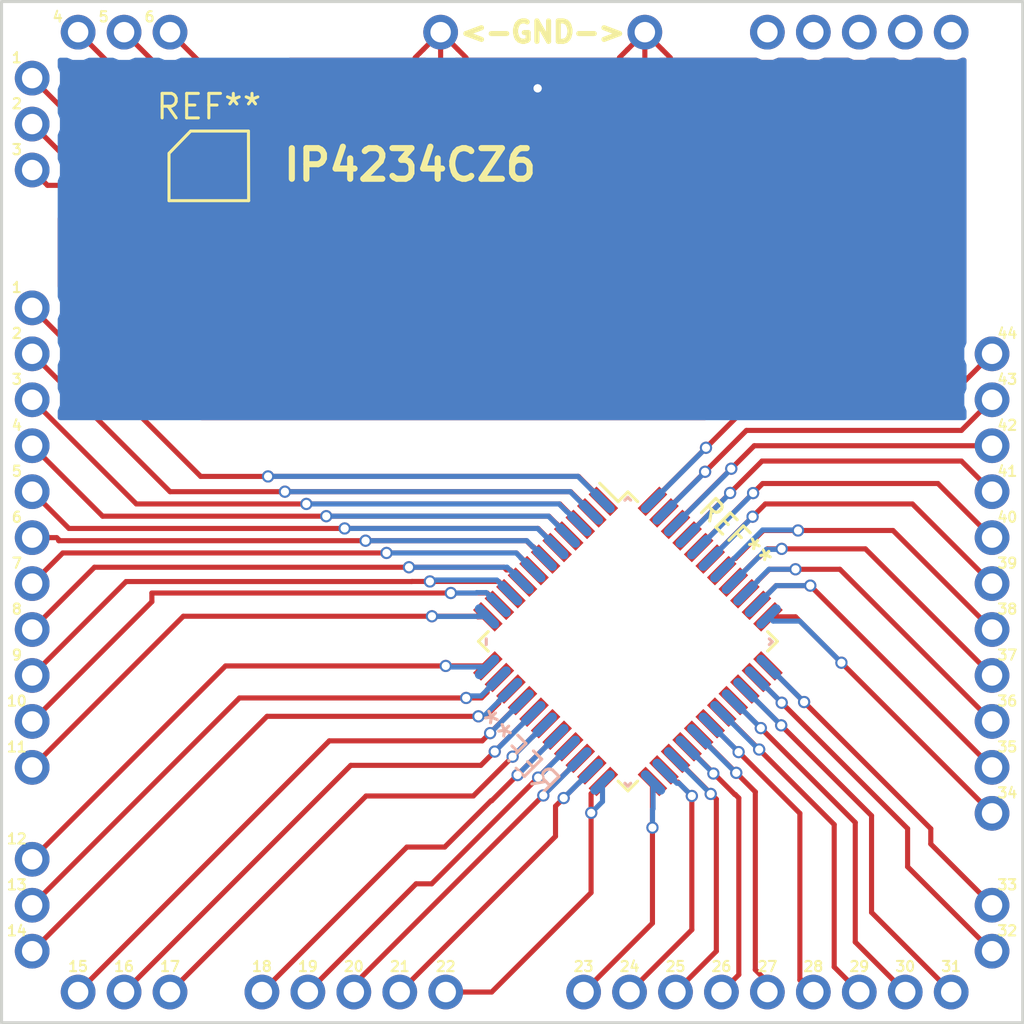
<source format=kicad_pcb>
(kicad_pcb (version 4) (host pcbnew 4.0.1-stable)

  (general
    (links 0)
    (no_connects 0)
    (area 99.599999 44.599999 150.400002 95.400002)
    (thickness 1.6)
    (drawings 56)
    (tracks 439)
    (zones 0)
    (modules 3)
    (nets 1)
  )

  (page A4)
  (layers
    (0 F.Cu signal)
    (31 B.Cu signal)
    (32 B.Adhes user)
    (33 F.Adhes user)
    (34 B.Paste user)
    (35 F.Paste user)
    (36 B.SilkS user)
    (37 F.SilkS user)
    (38 B.Mask user)
    (39 F.Mask user)
    (40 Dwgs.User user)
    (41 Cmts.User user)
    (42 Eco1.User user)
    (43 Eco2.User user)
    (44 Edge.Cuts user)
    (45 Margin user)
    (46 B.CrtYd user)
    (47 F.CrtYd user)
    (48 B.Fab user)
    (49 F.Fab user)
  )

  (setup
    (last_trace_width 0.25)
    (trace_clearance 0.2)
    (zone_clearance 0.508)
    (zone_45_only no)
    (trace_min 0.2)
    (segment_width 0.2)
    (edge_width 0.15)
    (via_size 0.6)
    (via_drill 0.4)
    (via_min_size 0.4)
    (via_min_drill 0.3)
    (uvia_size 0.3)
    (uvia_drill 0.1)
    (uvias_allowed no)
    (uvia_min_size 0.2)
    (uvia_min_drill 0.1)
    (pcb_text_width 0.3)
    (pcb_text_size 1.5 1.5)
    (mod_edge_width 0.15)
    (mod_text_size 1 1)
    (mod_text_width 0.15)
    (pad_size 1.524 1.524)
    (pad_drill 0.762)
    (pad_to_mask_clearance 0.2)
    (aux_axis_origin 0 0)
    (visible_elements FFFFFF7F)
    (pcbplotparams
      (layerselection 0x3ffff_80000001)
      (usegerberextensions false)
      (excludeedgelayer true)
      (linewidth 0.100000)
      (plotframeref false)
      (viasonmask true)
      (mode 1)
      (useauxorigin false)
      (hpglpennumber 1)
      (hpglpenspeed 20)
      (hpglpendiameter 15)
      (hpglpenoverlay 2)
      (psnegative false)
      (psa4output false)
      (plotreference true)
      (plotvalue true)
      (plotinvisibletext false)
      (padsonsilk false)
      (subtractmaskfromsilk false)
      (outputformat 1)
      (mirror false)
      (drillshape 0)
      (scaleselection 1)
      (outputdirectory "/Users/sharks/Dropbox/SoftHRUF/Atmega32u4 TQFP ML 44 Breakout/Atmega32u4 Breakout Board GERBER/"))
  )

  (net 0 "")

  (net_class Default "This is the default net class."
    (clearance 0.2)
    (trace_width 0.25)
    (via_dia 0.6)
    (via_drill 0.4)
    (uvia_dia 0.3)
    (uvia_drill 0.1)
  )

  (module QFP_44 (layer B.Cu) (tedit 0) (tstamp 57CD9F05)
    (at 130.664136 76.345864 315)
    (fp_text reference REF** (at 0 7.7 315) (layer B.SilkS)
      (effects (font (size 1.2 1.2) (thickness 0.15)) (justify mirror))
    )
    (fp_text value QFP_44 (at 0 -7.7 315) (layer B.Fab)
      (effects (font (size 1.2 1.2) (thickness 0.15)) (justify mirror))
    )
    (fp_line (start -5 4.8) (end -4.8 5) (layer B.SilkS) (width 0.15))
    (fp_line (start 4.8 5) (end 5 5) (layer B.SilkS) (width 0.15))
    (fp_line (start 5 5) (end 5 4.8) (layer B.SilkS) (width 0.15))
    (fp_line (start -4.8 -5) (end -5 -5) (layer B.SilkS) (width 0.15))
    (fp_line (start -5 -5) (end -5 -4.8) (layer B.SilkS) (width 0.15))
    (fp_line (start 4.8 -5) (end 5 -5) (layer B.SilkS) (width 0.15))
    (fp_line (start 5 -5) (end 5 -4.8) (layer B.SilkS) (width 0.15))
    (fp_line (start -6.5 6.5) (end 6.5 6.5) (layer B.CrtYd) (width 0.15))
    (fp_line (start 6.5 6.5) (end 6.5 -6.5) (layer B.CrtYd) (width 0.15))
    (fp_line (start 6.5 -6.5) (end -6.5 -6.5) (layer B.CrtYd) (width 0.15))
    (fp_line (start -6.5 -6.5) (end -6.5 6.5) (layer B.CrtYd) (width 0.15))
    (pad 1 smd oval (at -5.75 4 225) (size 0.45 1.5) (layers B.Cu B.Paste B.Mask))
    (pad 2 smd oval (at -5.75 3.2 225) (size 0.45 1.5) (layers B.Cu B.Paste B.Mask))
    (pad 3 smd oval (at -5.75 2.4 225) (size 0.45 1.5) (layers B.Cu B.Paste B.Mask))
    (pad 4 smd oval (at -5.75 1.6 225) (size 0.45 1.5) (layers B.Cu B.Paste B.Mask))
    (pad 5 smd oval (at -5.75 0.8 225) (size 0.45 1.5) (layers B.Cu B.Paste B.Mask))
    (pad 6 smd oval (at -5.75 0 225) (size 0.45 1.5) (layers B.Cu B.Paste B.Mask))
    (pad 7 smd oval (at -5.75 -0.8 225) (size 0.45 1.5) (layers B.Cu B.Paste B.Mask))
    (pad 8 smd oval (at -5.75 -1.6 225) (size 0.45 1.5) (layers B.Cu B.Paste B.Mask))
    (pad 9 smd oval (at -5.75 -2.4 225) (size 0.45 1.5) (layers B.Cu B.Paste B.Mask))
    (pad 10 smd oval (at -5.75 -3.2 225) (size 0.45 1.5) (layers B.Cu B.Paste B.Mask))
    (pad 11 smd oval (at -5.75 -4 225) (size 0.45 1.5) (layers B.Cu B.Paste B.Mask))
    (pad 12 smd oval (at -4 -5.75 315) (size 0.45 1.5) (layers B.Cu B.Paste B.Mask))
    (pad 13 smd oval (at -3.2 -5.75 315) (size 0.45 1.5) (layers B.Cu B.Paste B.Mask))
    (pad 14 smd oval (at -2.4 -5.75 315) (size 0.45 1.5) (layers B.Cu B.Paste B.Mask))
    (pad 15 smd oval (at -1.6 -5.75 315) (size 0.45 1.5) (layers B.Cu B.Paste B.Mask))
    (pad 16 smd oval (at -0.8 -5.75 315) (size 0.45 1.5) (layers B.Cu B.Paste B.Mask))
    (pad 17 smd oval (at 0 -5.75 315) (size 0.45 1.5) (layers B.Cu B.Paste B.Mask))
    (pad 18 smd oval (at 0.8 -5.75 315) (size 0.45 1.5) (layers B.Cu B.Paste B.Mask))
    (pad 19 smd oval (at 1.6 -5.75 315) (size 0.45 1.5) (layers B.Cu B.Paste B.Mask))
    (pad 20 smd oval (at 2.4 -5.75 315) (size 0.45 1.5) (layers B.Cu B.Paste B.Mask))
    (pad 21 smd oval (at 3.2 -5.75 315) (size 0.45 1.5) (layers B.Cu B.Paste B.Mask))
    (pad 22 smd oval (at 4 -5.75 315) (size 0.45 1.5) (layers B.Cu B.Paste B.Mask))
    (pad 23 smd oval (at 5.75 -4 225) (size 0.45 1.5) (layers B.Cu B.Paste B.Mask))
    (pad 24 smd oval (at 5.75 -3.2 225) (size 0.45 1.5) (layers B.Cu B.Paste B.Mask))
    (pad 25 smd oval (at 5.75 -2.4 225) (size 0.45 1.5) (layers B.Cu B.Paste B.Mask))
    (pad 26 smd oval (at 5.75 -1.6 225) (size 0.45 1.5) (layers B.Cu B.Paste B.Mask))
    (pad 27 smd oval (at 5.75 -0.8 225) (size 0.45 1.5) (layers B.Cu B.Paste B.Mask))
    (pad 28 smd oval (at 5.75 0 225) (size 0.45 1.5) (layers B.Cu B.Paste B.Mask))
    (pad 29 smd oval (at 5.75 0.8 225) (size 0.45 1.5) (layers B.Cu B.Paste B.Mask))
    (pad 30 smd oval (at 5.75 1.6 225) (size 0.45 1.5) (layers B.Cu B.Paste B.Mask))
    (pad 31 smd oval (at 5.75 2.4 225) (size 0.45 1.5) (layers B.Cu B.Paste B.Mask))
    (pad 32 smd oval (at 5.75 3.2 225) (size 0.45 1.5) (layers B.Cu B.Paste B.Mask))
    (pad 33 smd oval (at 5.75 4 225) (size 0.45 1.5) (layers B.Cu B.Paste B.Mask))
    (pad 34 smd oval (at 4 5.75 315) (size 0.45 1.5) (layers B.Cu B.Paste B.Mask))
    (pad 35 smd oval (at 3.2 5.75 315) (size 0.45 1.5) (layers B.Cu B.Paste B.Mask))
    (pad 36 smd oval (at 2.4 5.75 315) (size 0.45 1.5) (layers B.Cu B.Paste B.Mask))
    (pad 37 smd oval (at 1.6 5.75 315) (size 0.45 1.5) (layers B.Cu B.Paste B.Mask))
    (pad 38 smd oval (at 0.8 5.75 315) (size 0.45 1.5) (layers B.Cu B.Paste B.Mask))
    (pad 39 smd oval (at 0 5.75 315) (size 0.45 1.5) (layers B.Cu B.Paste B.Mask))
    (pad 40 smd oval (at -0.8 5.75 315) (size 0.45 1.5) (layers B.Cu B.Paste B.Mask))
    (pad 41 smd oval (at -1.6 5.75 315) (size 0.45 1.5) (layers B.Cu B.Paste B.Mask))
    (pad 42 smd oval (at -2.4 5.75 315) (size 0.45 1.5) (layers B.Cu B.Paste B.Mask))
    (pad 43 smd oval (at -3.2 5.75 315) (size 0.45 1.5) (layers B.Cu B.Paste B.Mask))
    (pad 44 smd oval (at -4 5.75 315) (size 0.45 1.5) (layers B.Cu B.Paste B.Mask))
  )

  (module SOIC-6 (layer F.Cu) (tedit 0) (tstamp 57E8C47B)
    (at 110.150178 53.053194)
    (fp_text reference REF** (at -0.000178 -2.903194) (layer F.SilkS)
      (effects (font (size 1.2 1.2) (thickness 0.15)))
    )
    (fp_text value SOIC-6 (at 0 3.1) (layer F.Fab)
      (effects (font (size 1.2 1.2) (thickness 0.15)))
    )
    (fp_line (start -1.93 -0.64) (end -0.9 -1.7) (layer F.SilkS) (width 0.15))
    (fp_line (start 1.94 -1.71) (end -0.89 -1.71) (layer F.SilkS) (width 0.15))
    (fp_line (start -1.95 -0.62) (end -1.950178 1.696806) (layer F.SilkS) (width 0.15))
    (fp_line (start -1.950178 1.696806) (end 1.949822 1.696806) (layer F.SilkS) (width 0.15))
    (fp_line (start 1.949822 1.696806) (end 1.94 -1.71) (layer F.SilkS) (width 0.15))
    (pad 6 smd rect (at 1.149822 -0.953194 270) (size 0.5 0.6) (layers F.Cu F.Paste F.Mask))
    (pad 1 smd rect (at -1.150178 -0.953194 270) (size 0.5 0.6) (layers F.Cu F.Paste F.Mask))
    (pad 5 smd rect (at 1.149822 -0.003194 270) (size 0.5 0.6) (layers F.Cu F.Paste F.Mask))
    (pad 2 smd rect (at -1.150178 -0.003194 270) (size 0.5 0.6) (layers F.Cu F.Paste F.Mask))
    (pad 4 smd rect (at 1.149822 0.946806 270) (size 0.5 0.6) (layers F.Cu F.Paste F.Mask))
    (pad 3 smd rect (at -1.150178 0.946806 270) (size 0.5 0.6) (layers F.Cu F.Paste F.Mask))
  )

  (module Housings_QFP:TQFP-44_10x10mm_Pitch0.8mm (layer F.Cu) (tedit 54130A77) (tstamp 57E84870)
    (at 130.67 76.33 315)
    (descr "44-Lead Plastic Thin Quad Flatpack (PT) - 10x10x1.0 mm Body [TQFP] (see Microchip Packaging Specification 00000049BS.pdf)")
    (tags "QFP 0.8")
    (attr smd)
    (fp_text reference REF** (at 0 -7.45 315) (layer F.SilkS)
      (effects (font (size 1 1) (thickness 0.15)))
    )
    (fp_text value TQFP-44_10x10mm_Pitch0.8mm (at 0 7.45 315) (layer F.Fab)
      (effects (font (size 1 1) (thickness 0.15)))
    )
    (fp_line (start -6.7 -6.7) (end -6.7 6.7) (layer F.CrtYd) (width 0.05))
    (fp_line (start 6.7 -6.7) (end 6.7 6.7) (layer F.CrtYd) (width 0.05))
    (fp_line (start -6.7 -6.7) (end 6.7 -6.7) (layer F.CrtYd) (width 0.05))
    (fp_line (start -6.7 6.7) (end 6.7 6.7) (layer F.CrtYd) (width 0.05))
    (fp_line (start -5.175 -5.175) (end -5.175 -4.5) (layer F.SilkS) (width 0.15))
    (fp_line (start 5.175 -5.175) (end 5.175 -4.5) (layer F.SilkS) (width 0.15))
    (fp_line (start 5.175 5.175) (end 5.175 4.5) (layer F.SilkS) (width 0.15))
    (fp_line (start -5.175 5.175) (end -5.175 4.5) (layer F.SilkS) (width 0.15))
    (fp_line (start -5.175 -5.175) (end -4.5 -5.175) (layer F.SilkS) (width 0.15))
    (fp_line (start -5.175 5.175) (end -4.5 5.175) (layer F.SilkS) (width 0.15))
    (fp_line (start 5.175 5.175) (end 4.5 5.175) (layer F.SilkS) (width 0.15))
    (fp_line (start 5.175 -5.175) (end 4.5 -5.175) (layer F.SilkS) (width 0.15))
    (fp_line (start -5.175 -4.5) (end -6.45 -4.5) (layer F.SilkS) (width 0.15))
    (pad 1 smd rect (at -5.7 -4 315) (size 1.5 0.55) (layers F.Cu F.Paste F.Mask))
    (pad 2 smd rect (at -5.7 -3.2 315) (size 1.5 0.55) (layers F.Cu F.Paste F.Mask))
    (pad 3 smd rect (at -5.7 -2.4 315) (size 1.5 0.55) (layers F.Cu F.Paste F.Mask))
    (pad 4 smd rect (at -5.7 -1.6 315) (size 1.5 0.55) (layers F.Cu F.Paste F.Mask))
    (pad 5 smd rect (at -5.7 -0.8 315) (size 1.5 0.55) (layers F.Cu F.Paste F.Mask))
    (pad 6 smd rect (at -5.7 0 315) (size 1.5 0.55) (layers F.Cu F.Paste F.Mask))
    (pad 7 smd rect (at -5.7 0.8 315) (size 1.5 0.55) (layers F.Cu F.Paste F.Mask))
    (pad 8 smd rect (at -5.7 1.6 315) (size 1.5 0.55) (layers F.Cu F.Paste F.Mask))
    (pad 9 smd rect (at -5.7 2.4 315) (size 1.5 0.55) (layers F.Cu F.Paste F.Mask))
    (pad 10 smd rect (at -5.7 3.2 315) (size 1.5 0.55) (layers F.Cu F.Paste F.Mask))
    (pad 11 smd rect (at -5.7 4 315) (size 1.5 0.55) (layers F.Cu F.Paste F.Mask))
    (pad 12 smd rect (at -4 5.7 45) (size 1.5 0.55) (layers F.Cu F.Paste F.Mask))
    (pad 13 smd rect (at -3.2 5.7 45) (size 1.5 0.55) (layers F.Cu F.Paste F.Mask))
    (pad 14 smd rect (at -2.4 5.7 45) (size 1.5 0.55) (layers F.Cu F.Paste F.Mask))
    (pad 15 smd rect (at -1.6 5.7 45) (size 1.5 0.55) (layers F.Cu F.Paste F.Mask))
    (pad 16 smd rect (at -0.8 5.7 45) (size 1.5 0.55) (layers F.Cu F.Paste F.Mask))
    (pad 17 smd rect (at 0 5.7 45) (size 1.5 0.55) (layers F.Cu F.Paste F.Mask))
    (pad 18 smd rect (at 0.8 5.7 45) (size 1.5 0.55) (layers F.Cu F.Paste F.Mask))
    (pad 19 smd rect (at 1.6 5.7 45) (size 1.5 0.55) (layers F.Cu F.Paste F.Mask))
    (pad 20 smd rect (at 2.4 5.7 45) (size 1.5 0.55) (layers F.Cu F.Paste F.Mask))
    (pad 21 smd rect (at 3.2 5.7 45) (size 1.5 0.55) (layers F.Cu F.Paste F.Mask))
    (pad 22 smd rect (at 4 5.7 45) (size 1.5 0.55) (layers F.Cu F.Paste F.Mask))
    (pad 23 smd rect (at 5.7 4 315) (size 1.5 0.55) (layers F.Cu F.Paste F.Mask))
    (pad 24 smd rect (at 5.7 3.2 315) (size 1.5 0.55) (layers F.Cu F.Paste F.Mask))
    (pad 25 smd rect (at 5.7 2.4 315) (size 1.5 0.55) (layers F.Cu F.Paste F.Mask))
    (pad 26 smd rect (at 5.7 1.6 315) (size 1.5 0.55) (layers F.Cu F.Paste F.Mask))
    (pad 27 smd rect (at 5.7 0.8 315) (size 1.5 0.55) (layers F.Cu F.Paste F.Mask))
    (pad 28 smd rect (at 5.7 0 315) (size 1.5 0.55) (layers F.Cu F.Paste F.Mask))
    (pad 29 smd rect (at 5.7 -0.8 315) (size 1.5 0.55) (layers F.Cu F.Paste F.Mask))
    (pad 30 smd rect (at 5.7 -1.6 315) (size 1.5 0.55) (layers F.Cu F.Paste F.Mask))
    (pad 31 smd rect (at 5.7 -2.4 315) (size 1.5 0.55) (layers F.Cu F.Paste F.Mask))
    (pad 32 smd rect (at 5.7 -3.2 315) (size 1.5 0.55) (layers F.Cu F.Paste F.Mask))
    (pad 33 smd rect (at 5.7 -4 315) (size 1.5 0.55) (layers F.Cu F.Paste F.Mask))
    (pad 34 smd rect (at 4 -5.7 45) (size 1.5 0.55) (layers F.Cu F.Paste F.Mask))
    (pad 35 smd rect (at 3.2 -5.7 45) (size 1.5 0.55) (layers F.Cu F.Paste F.Mask))
    (pad 36 smd rect (at 2.4 -5.7 45) (size 1.5 0.55) (layers F.Cu F.Paste F.Mask))
    (pad 37 smd rect (at 1.6 -5.7 45) (size 1.5 0.55) (layers F.Cu F.Paste F.Mask))
    (pad 38 smd rect (at 0.8 -5.7 45) (size 1.5 0.55) (layers F.Cu F.Paste F.Mask))
    (pad 39 smd rect (at 0 -5.7 45) (size 1.5 0.55) (layers F.Cu F.Paste F.Mask))
    (pad 40 smd rect (at -0.8 -5.7 45) (size 1.5 0.55) (layers F.Cu F.Paste F.Mask))
    (pad 41 smd rect (at -1.6 -5.7 45) (size 1.5 0.55) (layers F.Cu F.Paste F.Mask))
    (pad 42 smd rect (at -2.4 -5.7 45) (size 1.5 0.55) (layers F.Cu F.Paste F.Mask))
    (pad 43 smd rect (at -3.2 -5.7 45) (size 1.5 0.55) (layers F.Cu F.Paste F.Mask))
    (pad 44 smd rect (at -4 -5.7 45) (size 1.5 0.55) (layers F.Cu F.Paste F.Mask))
    (model Housings_QFP.3dshapes/TQFP-44_10x10mm_Pitch0.8mm.wrl
      (at (xyz 0 0 0))
      (scale (xyz 1 1 1))
      (rotate (xyz 0 0 0))
    )
  )

  (gr_text <-GND-> (at 126.5 46.5) (layer F.SilkS)
    (effects (font (size 1 1) (thickness 0.25)))
  )
  (gr_text 33 (at 149.25 88.25) (layer F.SilkS) (tstamp 57E8C95D)
    (effects (font (size 0.5 0.5) (thickness 0.1)))
  )
  (gr_text 32 (at 149.25 90.5) (layer F.SilkS) (tstamp 57E8C95C)
    (effects (font (size 0.5 0.5) (thickness 0.1)))
  )
  (gr_text 43 (at 149.25 63.5) (layer F.SilkS) (tstamp 57E8C958)
    (effects (font (size 0.5 0.5) (thickness 0.1)))
  )
  (gr_text 44 (at 149.25 61.25) (layer F.SilkS) (tstamp 57E8C957)
    (effects (font (size 0.5 0.5) (thickness 0.1)))
  )
  (gr_text 42 (at 149.25 65.75) (layer F.SilkS) (tstamp 57E8C956)
    (effects (font (size 0.5 0.5) (thickness 0.1)))
  )
  (gr_text 41 (at 149.25 68) (layer F.SilkS) (tstamp 57E8C955)
    (effects (font (size 0.5 0.5) (thickness 0.1)))
  )
  (gr_text 39 (at 149.25 72.5) (layer F.SilkS) (tstamp 57E8C954)
    (effects (font (size 0.5 0.5) (thickness 0.1)))
  )
  (gr_text 40 (at 149.25 70.25) (layer F.SilkS) (tstamp 57E8C953)
    (effects (font (size 0.5 0.5) (thickness 0.1)))
  )
  (gr_text 38 (at 149.25 74.75) (layer F.SilkS) (tstamp 57E8C952)
    (effects (font (size 0.5 0.5) (thickness 0.1)))
  )
  (gr_text 34 (at 149.25 83.75) (layer F.SilkS) (tstamp 57E8C951)
    (effects (font (size 0.5 0.5) (thickness 0.1)))
  )
  (gr_text 35 (at 149.25 81.5) (layer F.SilkS) (tstamp 57E8C950)
    (effects (font (size 0.5 0.5) (thickness 0.1)))
  )
  (gr_text 36 (at 149.25 79.25) (layer F.SilkS) (tstamp 57E8C94F)
    (effects (font (size 0.5 0.5) (thickness 0.1)))
  )
  (gr_text 37 (at 149.25 77) (layer F.SilkS) (tstamp 57E8C94E)
    (effects (font (size 0.5 0.5) (thickness 0.1)))
  )
  (gr_text 31 (at 146.5 92.25) (layer F.SilkS) (tstamp 57E8C93B)
    (effects (font (size 0.5 0.5) (thickness 0.1)))
  )
  (gr_text 30 (at 144.25 92.25) (layer F.SilkS) (tstamp 57E8C93A)
    (effects (font (size 0.5 0.5) (thickness 0.1)))
  )
  (gr_text 29 (at 142 92.25) (layer F.SilkS) (tstamp 57E8C939)
    (effects (font (size 0.5 0.5) (thickness 0.1)))
  )
  (gr_text 26 (at 135.25 92.25) (layer F.SilkS) (tstamp 57E8C935)
    (effects (font (size 0.5 0.5) (thickness 0.1)))
  )
  (gr_text 25 (at 133 92.25) (layer F.SilkS) (tstamp 57E8C934)
    (effects (font (size 0.5 0.5) (thickness 0.1)))
  )
  (gr_text 27 (at 137.5 92.25) (layer F.SilkS) (tstamp 57E8C933)
    (effects (font (size 0.5 0.5) (thickness 0.1)))
  )
  (gr_text 23 (at 128.5 92.25) (layer F.SilkS) (tstamp 57E8C932)
    (effects (font (size 0.5 0.5) (thickness 0.1)))
  )
  (gr_text 24 (at 130.75 92.25) (layer F.SilkS) (tstamp 57E8C931)
    (effects (font (size 0.5 0.5) (thickness 0.1)))
  )
  (gr_text 28 (at 139.75 92.25) (layer F.SilkS) (tstamp 57E8C930)
    (effects (font (size 0.5 0.5) (thickness 0.1)))
  )
  (gr_text 22 (at 121.75 92.25) (layer F.SilkS) (tstamp 57E8C929)
    (effects (font (size 0.5 0.5) (thickness 0.1)))
  )
  (gr_text 18 (at 112.75 92.25) (layer F.SilkS) (tstamp 57E8C90B)
    (effects (font (size 0.5 0.5) (thickness 0.1)))
  )
  (gr_text 19 (at 115 92.25) (layer F.SilkS) (tstamp 57E8C90A)
    (effects (font (size 0.5 0.5) (thickness 0.1)))
  )
  (gr_text 20 (at 117.25 92.25) (layer F.SilkS) (tstamp 57E8C909)
    (effects (font (size 0.5 0.5) (thickness 0.1)))
  )
  (gr_text 21 (at 119.5 92.25) (layer F.SilkS) (tstamp 57E8C908)
    (effects (font (size 0.5 0.5) (thickness 0.1)))
  )
  (gr_text 17 (at 108.25 92.25) (layer F.SilkS) (tstamp 57E8C901)
    (effects (font (size 0.5 0.5) (thickness 0.1)))
  )
  (gr_text 16 (at 106 92.25) (layer F.SilkS) (tstamp 57E8C8FA)
    (effects (font (size 0.5 0.5) (thickness 0.1)))
  )
  (gr_text 15 (at 103.75 92.25) (layer F.SilkS) (tstamp 57E8C8F7)
    (effects (font (size 0.5 0.5) (thickness 0.1)))
  )
  (gr_text 12 (at 100.75 86) (layer F.SilkS) (tstamp 57E8C8F5)
    (effects (font (size 0.5 0.5) (thickness 0.1)))
  )
  (gr_text 13 (at 100.75 88.25) (layer F.SilkS) (tstamp 57E8C8F4)
    (effects (font (size 0.5 0.5) (thickness 0.1)))
  )
  (gr_text 14 (at 100.75 90.5) (layer F.SilkS) (tstamp 57E8C8F3)
    (effects (font (size 0.5 0.5) (thickness 0.1)))
  )
  (gr_text 7 (at 100.75 72.5) (layer F.SilkS) (tstamp 57E8C8ED)
    (effects (font (size 0.5 0.5) (thickness 0.1)))
  )
  (gr_text 8 (at 100.75 74.75) (layer F.SilkS) (tstamp 57E8C8EC)
    (effects (font (size 0.5 0.5) (thickness 0.1)))
  )
  (gr_text 9 (at 100.75 77) (layer F.SilkS) (tstamp 57E8C8EB)
    (effects (font (size 0.5 0.5) (thickness 0.1)))
  )
  (gr_text 11 (at 100.75 81.5) (layer F.SilkS) (tstamp 57E8C8E9)
    (effects (font (size 0.5 0.5) (thickness 0.1)))
  )
  (gr_text 10 (at 100.75 79.25) (layer F.SilkS) (tstamp 57E8C8E8)
    (effects (font (size 0.5 0.5) (thickness 0.1)))
  )
  (gr_text 6 (at 100.75 70.25) (layer F.SilkS) (tstamp 57E8C8E4)
    (effects (font (size 0.5 0.5) (thickness 0.1)))
  )
  (gr_text 5 (at 100.75 68) (layer F.SilkS) (tstamp 57E8C8E3)
    (effects (font (size 0.5 0.5) (thickness 0.1)))
  )
  (gr_text 4 (at 100.75 65.75) (layer F.SilkS) (tstamp 57E8C8E2)
    (effects (font (size 0.5 0.5) (thickness 0.1)))
  )
  (gr_text 1 (at 100.75 59) (layer F.SilkS) (tstamp 57E8C8DC)
    (effects (font (size 0.5 0.5) (thickness 0.1)))
  )
  (gr_text 2 (at 100.75 61.25) (layer F.SilkS) (tstamp 57E8C8DB)
    (effects (font (size 0.5 0.5) (thickness 0.1)))
  )
  (gr_text 3 (at 100.75 63.5) (layer F.SilkS) (tstamp 57E8C8DA)
    (effects (font (size 0.5 0.5) (thickness 0.1)))
  )
  (gr_text 6 (at 107.25 45.75) (layer F.SilkS) (tstamp 57E8C8B0)
    (effects (font (size 0.5 0.5) (thickness 0.1)))
  )
  (gr_text 5 (at 105 45.75) (layer F.SilkS) (tstamp 57E8C8AD)
    (effects (font (size 0.5 0.5) (thickness 0.1)))
  )
  (gr_text 4 (at 102.75 45.75) (layer F.SilkS) (tstamp 57E8C8A9)
    (effects (font (size 0.5 0.5) (thickness 0.1)))
  )
  (gr_text 3 (at 100.75 52.25) (layer F.SilkS) (tstamp 57E8C8A0)
    (effects (font (size 0.5 0.5) (thickness 0.1)))
  )
  (gr_text 2 (at 100.75 50) (layer F.SilkS) (tstamp 57E8C89C)
    (effects (font (size 0.5 0.5) (thickness 0.1)))
  )
  (gr_text 1 (at 100.75 47.75) (layer F.SilkS)
    (effects (font (size 0.5 0.5) (thickness 0.1)))
  )
  (gr_text IP4234CZ6 (at 120 53) (layer F.SilkS)
    (effects (font (size 1.5 1.5) (thickness 0.3)))
  )
  (gr_line (start 150 45) (end 100 45) (layer Edge.Cuts) (width 0.15))
  (gr_line (start 150 95) (end 150 45) (layer Edge.Cuts) (width 0.15))
  (gr_line (start 100 95) (end 150 95) (layer Edge.Cuts) (width 0.15))
  (gr_line (start 100 45) (end 100 95) (layer Edge.Cuts) (width 0.15))

  (segment (start 126.25 49.25) (end 127 50) (width 0.25) (layer F.Cu) (net 0))
  (segment (start 127 48.5) (end 125.5 50) (width 0.25) (layer F.Cu) (net 0))
  (segment (start 126.25 49.25) (end 127 48.5) (width 0.25) (layer F.Cu) (net 0))
  (segment (start 125.950001 48.950001) (end 125.5 48.5) (width 0.25) (layer F.Cu) (net 0))
  (segment (start 126.25 49.25) (end 125.950001 48.950001) (width 0.25) (layer F.Cu) (net 0))
  (segment (start 132.349999 47.349999) (end 132.75 47.75) (width 0.25) (layer F.Cu) (net 0))
  (segment (start 131.5 46.5) (end 132.349999 47.349999) (width 0.25) (layer F.Cu) (net 0))
  (segment (start 130.650001 47.349999) (end 130.25 47.75) (width 0.25) (layer F.Cu) (net 0))
  (segment (start 131.5 46.5) (end 130.650001 47.349999) (width 0.25) (layer F.Cu) (net 0))
  (segment (start 122.349999 47.349999) (end 122.75 47.75) (width 0.25) (layer F.Cu) (net 0))
  (segment (start 121.5 46.5) (end 122.349999 47.349999) (width 0.25) (layer F.Cu) (net 0))
  (segment (start 120.650001 47.349999) (end 120.25 47.75) (width 0.25) (layer F.Cu) (net 0))
  (segment (start 121.5 46.5) (end 120.650001 47.349999) (width 0.25) (layer F.Cu) (net 0))
  (segment (start 126.25 50.25) (end 126.25 48.25) (width 0.25) (layer F.Cu) (net 0))
  (segment (start 126.25 49.25) (end 126.25 50.25) (width 0.25) (layer F.Cu) (net 0))
  (segment (start 131.5 48.75) (end 131 49.25) (width 0.25) (layer F.Cu) (net 0))
  (segment (start 131 49.25) (end 126.25 49.25) (width 0.25) (layer F.Cu) (net 0))
  (segment (start 131.5 46.5) (end 131.5 48.75) (width 0.25) (layer F.Cu) (net 0))
  (via (at 126.25 49.25) (size 0.6) (drill 0.4) (layers F.Cu B.Cu) (net 0))
  (segment (start 122 49.25) (end 126.25 49.25) (width 0.25) (layer F.Cu) (net 0))
  (via (at 126.25 49.25) (size 0.6) (drill 0.4) (layers F.Cu B.Cu) (net 0))
  (segment (start 121.5 48.75) (end 122 49.25) (width 0.25) (layer F.Cu) (net 0))
  (segment (start 121.5 46.5) (end 121.5 48.75) (width 0.25) (layer F.Cu) (net 0))
  (via (at 121.5 46.5) (size 1.7) (drill 1) (layers F.Cu B.Cu) (net 0) (tstamp 57E8C9EB))
  (via (at 131.5 46.5) (size 1.7) (drill 1) (layers F.Cu B.Cu) (net 0) (tstamp 57E8C9DF))
  (segment (start 113.25 49) (end 110.75 49) (width 0.25) (layer F.Cu) (net 0))
  (segment (start 124 93.5) (end 121.75 93.5) (width 0.25) (layer F.Cu) (net 0))
  (segment (start 136.09 81.75) (end 139.09 84.75) (width 0.25) (layer F.Cu) (net 0))
  (segment (start 139.09 84.75) (end 139.09 92.91) (width 0.25) (layer F.Cu) (net 0))
  (segment (start 139.09 92.91) (end 139.16 92.91) (width 0.25) (layer F.Cu) (net 0))
  (segment (start 139.16 92.91) (end 139.75 93.5) (width 0.25) (layer F.Cu) (net 0))
  (segment (start 136.908629 83.7) (end 136.908629 92.408629) (width 0.25) (layer F.Cu) (net 0))
  (segment (start 136.908629 92.408629) (end 137.5 93) (width 0.25) (layer F.Cu) (net 0))
  (segment (start 137.5 93) (end 137.5 93.5) (width 0.25) (layer F.Cu) (net 0))
  (segment (start 129.467918 83.188936) (end 128.866878 83.789976) (width 0.25) (layer F.Cu) (net 0))
  (segment (start 128.866878 83.789976) (end 128.866878 88.633122) (width 0.25) (layer F.Cu) (net 0))
  (segment (start 128.866878 88.633122) (end 124 93.5) (width 0.25) (layer F.Cu) (net 0))
  (segment (start 128.25 68.253146) (end 113.05 68.253146) (width 0.25) (layer F.Cu) (net 0))
  (via (at 113.05 68.253146) (size 0.6) (drill 0.4) (layers F.Cu B.Cu) (net 0))
  (segment (start 113.05 68.253146) (end 109.753146 68.253146) (width 0.25) (layer F.Cu) (net 0))
  (segment (start 128.225126 68.25) (end 113.053146 68.25) (width 0.25) (layer B.Cu) (net 0))
  (segment (start 113.053146 68.25) (end 113.05 68.253146) (width 0.25) (layer B.Cu) (net 0))
  (segment (start 129.426699 69.451573) (end 128.225126 68.25) (width 0.25) (layer B.Cu) (net 0))
  (segment (start 127.865483 69) (end 113.875 69) (width 0.25) (layer F.Cu) (net 0))
  (segment (start 113.875 69) (end 108.25 69) (width 0.25) (layer F.Cu) (net 0))
  (segment (start 127.843756 69) (end 113.875 69) (width 0.25) (layer B.Cu) (net 0))
  (via (at 113.875 69) (size 0.6) (drill 0.4) (layers F.Cu B.Cu) (net 0))
  (segment (start 128.861014 70.017258) (end 127.843756 69) (width 0.25) (layer B.Cu) (net 0))
  (segment (start 127.334113 69.6) (end 114.925 69.6) (width 0.25) (layer F.Cu) (net 0))
  (segment (start 127.3 69.6) (end 114.925 69.6) (width 0.25) (layer B.Cu) (net 0))
  (segment (start 114.925 69.6) (end 106.6 69.6) (width 0.25) (layer F.Cu) (net 0))
  (segment (start 127.681904 69.981904) (end 127.3 69.6) (width 0.25) (layer B.Cu) (net 0))
  (via (at 114.925 69.6) (size 0.6) (drill 0.4) (layers F.Cu B.Cu) (net 0))
  (segment (start 128.295328 70.582944) (end 127.694288 69.981904) (width 0.25) (layer B.Cu) (net 0))
  (segment (start 127.694288 69.981904) (end 127.681904 69.981904) (width 0.25) (layer B.Cu) (net 0))
  (segment (start 126.8 70.2) (end 115.9 70.2) (width 0.25) (layer F.Cu) (net 0))
  (segment (start 115.9 70.2) (end 104.95 70.2) (width 0.25) (layer F.Cu) (net 0))
  (segment (start 126.781014 70.2) (end 115.9 70.2) (width 0.25) (layer B.Cu) (net 0))
  (via (at 115.9 70.2) (size 0.6) (drill 0.4) (layers F.Cu B.Cu) (net 0))
  (segment (start 127.729643 71.148629) (end 126.781014 70.2) (width 0.25) (layer B.Cu) (net 0))
  (segment (start 126.271371 70.8) (end 116.8 70.8) (width 0.25) (layer F.Cu) (net 0))
  (segment (start 116.8 70.8) (end 103.3 70.8) (width 0.25) (layer F.Cu) (net 0))
  (segment (start 126.249642 70.8) (end 116.8 70.8) (width 0.25) (layer B.Cu) (net 0))
  (via (at 116.8 70.8) (size 0.6) (drill 0.4) (layers F.Cu B.Cu) (net 0))
  (segment (start 127.163957 71.714315) (end 126.249642 70.8) (width 0.25) (layer B.Cu) (net 0))
  (segment (start 125.7 71.4) (end 117.825 71.4) (width 0.25) (layer F.Cu) (net 0))
  (segment (start 117.825 71.4) (end 102.8 71.4) (width 0.25) (layer F.Cu) (net 0))
  (segment (start 125.718272 71.4) (end 117.825 71.4) (width 0.25) (layer B.Cu) (net 0))
  (via (at 117.825 71.4) (size 0.6) (drill 0.4) (layers F.Cu B.Cu) (net 0))
  (segment (start 126.598272 72.28) (end 125.718272 71.4) (width 0.25) (layer B.Cu) (net 0))
  (segment (start 125.208629 72) (end 118.85 72) (width 0.25) (layer F.Cu) (net 0))
  (segment (start 118.85 72) (end 103 72) (width 0.25) (layer F.Cu) (net 0))
  (segment (start 125.431547 72.231547) (end 125.2 72) (width 0.25) (layer B.Cu) (net 0))
  (segment (start 125.2 72) (end 118.85 72) (width 0.25) (layer B.Cu) (net 0))
  (via (at 118.85 72) (size 0.6) (drill 0.4) (layers F.Cu B.Cu) (net 0))
  (segment (start 126.032587 72.845685) (end 125.431547 72.244645) (width 0.25) (layer B.Cu) (net 0))
  (segment (start 125.431547 72.244645) (end 125.431547 72.231547) (width 0.25) (layer B.Cu) (net 0))
  (segment (start 124.6 72.7) (end 119.95 72.7) (width 0.25) (layer F.Cu) (net 0))
  (segment (start 119.95 72.7) (end 104.55 72.7) (width 0.25) (layer F.Cu) (net 0))
  (segment (start 124.75553 72.7) (end 119.95 72.7) (width 0.25) (layer B.Cu) (net 0))
  (via (at 119.95 72.7) (size 0.6) (drill 0.4) (layers F.Cu B.Cu) (net 0))
  (segment (start 125.466901 73.411371) (end 124.75553 72.7) (width 0.25) (layer B.Cu) (net 0))
  (segment (start 124.341395 73.395508) (end 120.975 73.395508) (width 0.25) (layer F.Cu) (net 0))
  (segment (start 120.975 73.395508) (end 120.095508 73.395508) (width 0.25) (layer F.Cu) (net 0))
  (segment (start 124.24916 73.325) (end 121.045508 73.325) (width 0.25) (layer B.Cu) (net 0))
  (segment (start 121.045508 73.325) (end 120.975 73.395508) (width 0.25) (layer B.Cu) (net 0))
  (via (at 120.975 73.395508) (size 0.6) (drill 0.4) (layers F.Cu B.Cu) (net 0))
  (segment (start 124.901216 73.977056) (end 124.24916 73.325) (width 0.25) (layer B.Cu) (net 0))
  (segment (start 123.77571 73.961193) (end 122 73.961193) (width 0.25) (layer F.Cu) (net 0))
  (segment (start 122 73.961193) (end 107.361193 73.961193) (width 0.25) (layer F.Cu) (net 0))
  (segment (start 123.266702 73.941702) (end 123.247211 73.961193) (width 0.25) (layer B.Cu) (net 0))
  (segment (start 123.247211 73.961193) (end 122 73.961193) (width 0.25) (layer B.Cu) (net 0))
  (via (at 122 73.961193) (size 0.6) (drill 0.4) (layers F.Cu B.Cu) (net 0))
  (segment (start 124.33553 74.542742) (end 123.73449 73.941702) (width 0.25) (layer B.Cu) (net 0))
  (segment (start 123.73449 73.941702) (end 123.266702 73.941702) (width 0.25) (layer B.Cu) (net 0))
  (segment (start 123.294238 75.1) (end 121.075 75.1) (width 0.25) (layer F.Cu) (net 0))
  (segment (start 121.075 75.1) (end 108.9 75.1) (width 0.25) (layer F.Cu) (net 0))
  (segment (start 123.769845 75.108427) (end 121.083427 75.108427) (width 0.25) (layer B.Cu) (net 0))
  (segment (start 121.083427 75.108427) (end 121.075 75.1) (width 0.25) (layer B.Cu) (net 0))
  (via (at 121.075 75.1) (size 0.6) (drill 0.4) (layers F.Cu B.Cu) (net 0))
  (segment (start 131.872082 69.471064) (end 134.493146 66.85) (width 0.25) (layer F.Cu) (net 0))
  (segment (start 134.493146 66.85) (end 136.243146 65.1) (width 0.25) (layer F.Cu) (net 0))
  (segment (start 131.901573 69.451573) (end 134.493146 66.86) (width 0.25) (layer B.Cu) (net 0))
  (segment (start 134.493146 66.86) (end 134.493146 66.85) (width 0.25) (layer B.Cu) (net 0))
  (via (at 134.493146 66.85) (size 0.6) (drill 0.4) (layers F.Cu B.Cu) (net 0))
  (segment (start 132.437767 70.03675) (end 134.449517 68.025) (width 0.25) (layer F.Cu) (net 0))
  (segment (start 134.449517 68.025) (end 136.474517 66) (width 0.25) (layer F.Cu) (net 0))
  (segment (start 132.467258 70.017258) (end 134.449517 68.034999) (width 0.25) (layer B.Cu) (net 0))
  (segment (start 134.449517 68.034999) (end 134.449517 68.025) (width 0.25) (layer B.Cu) (net 0))
  (via (at 134.449517 68.025) (size 0.6) (drill 0.4) (layers F.Cu B.Cu) (net 0))
  (segment (start 133.003452 70.602435) (end 135.730887 67.875) (width 0.25) (layer F.Cu) (net 0))
  (segment (start 135.730887 67.875) (end 136.855887 66.75) (width 0.25) (layer F.Cu) (net 0))
  (segment (start 133.032944 70.582944) (end 135.730887 67.885001) (width 0.25) (layer B.Cu) (net 0))
  (segment (start 135.730887 67.885001) (end 135.730887 67.875) (width 0.25) (layer B.Cu) (net 0))
  (via (at 135.730887 67.875) (size 0.6) (drill 0.4) (layers F.Cu B.Cu) (net 0))
  (segment (start 133.569138 71.16812) (end 135.675 69.062258) (width 0.25) (layer F.Cu) (net 0))
  (segment (start 133.598629 71.148629) (end 135.675 69.072258) (width 0.25) (layer B.Cu) (net 0))
  (segment (start 135.675 69.062258) (end 137.237258 67.5) (width 0.25) (layer F.Cu) (net 0))
  (segment (start 135.675 69.072258) (end 135.675 69.062258) (width 0.25) (layer B.Cu) (net 0))
  (via (at 135.675 69.062258) (size 0.6) (drill 0.4) (layers F.Cu B.Cu) (net 0))
  (segment (start 134.134823 71.733806) (end 136.8 69.068629) (width 0.25) (layer F.Cu) (net 0))
  (via (at 136.8 69.068629) (size 0.6) (drill 0.4) (layers F.Cu B.Cu) (net 0))
  (segment (start 136.8 69.068629) (end 137.268629 68.6) (width 0.25) (layer F.Cu) (net 0))
  (segment (start 134.164315 71.714315) (end 136.8 69.07863) (width 0.25) (layer B.Cu) (net 0))
  (segment (start 136.8 69.07863) (end 136.8 69.068629) (width 0.25) (layer B.Cu) (net 0))
  (segment (start 134.700509 72.299491) (end 136.775 70.225) (width 0.25) (layer F.Cu) (net 0))
  (segment (start 136.775 70.225) (end 137.4 69.6) (width 0.25) (layer F.Cu) (net 0))
  (segment (start 134.73 72.28) (end 136.775 70.235) (width 0.25) (layer B.Cu) (net 0))
  (segment (start 136.775 70.235) (end 136.775 70.225) (width 0.25) (layer B.Cu) (net 0))
  (via (at 136.775 70.225) (size 0.6) (drill 0.4) (layers F.Cu B.Cu) (net 0))
  (segment (start 137.3 70.9) (end 139 70.9) (width 0.25) (layer F.Cu) (net 0))
  (segment (start 137.26637 70.875) (end 138.975 70.875) (width 0.25) (layer B.Cu) (net 0))
  (segment (start 139 70.9) (end 143.65 70.9) (width 0.25) (layer F.Cu) (net 0))
  (segment (start 138.975 70.875) (end 139 70.9) (width 0.25) (layer B.Cu) (net 0))
  (via (at 139 70.9) (size 0.6) (drill 0.4) (layers F.Cu B.Cu) (net 0))
  (segment (start 135.295685 72.845685) (end 137.26637 70.875) (width 0.25) (layer B.Cu) (net 0))
  (segment (start 137.5 71.8) (end 138.2 71.8) (width 0.25) (layer F.Cu) (net 0))
  (segment (start 138.2 71.8) (end 142.3 71.8) (width 0.25) (layer F.Cu) (net 0))
  (segment (start 137.447742 71.825) (end 138.175 71.825) (width 0.25) (layer B.Cu) (net 0))
  (segment (start 138.175 71.825) (end 138.2 71.8) (width 0.25) (layer B.Cu) (net 0))
  (via (at 138.2 71.8) (size 0.6) (drill 0.4) (layers F.Cu B.Cu) (net 0))
  (segment (start 135.861371 73.411371) (end 137.447742 71.825) (width 0.25) (layer B.Cu) (net 0))
  (segment (start 137.594113 72.8) (end 138.875 72.8) (width 0.25) (layer F.Cu) (net 0))
  (segment (start 138.875 72.8) (end 141.05 72.8) (width 0.25) (layer F.Cu) (net 0))
  (segment (start 137.028096 73.346904) (end 137.575 72.8) (width 0.25) (layer B.Cu) (net 0))
  (segment (start 137.575 72.8) (end 138.875 72.8) (width 0.25) (layer B.Cu) (net 0))
  (via (at 138.875 72.8) (size 0.6) (drill 0.4) (layers F.Cu B.Cu) (net 0))
  (segment (start 136.427056 73.977056) (end 137.028096 73.376016) (width 0.25) (layer B.Cu) (net 0))
  (segment (start 137.028096 73.376016) (end 137.028096 73.346904) (width 0.25) (layer B.Cu) (net 0))
  (segment (start 137.935484 73.6) (end 139.6 73.6) (width 0.25) (layer B.Cu) (net 0))
  (via (at 139.6 73.6) (size 0.6) (drill 0.4) (layers F.Cu B.Cu) (net 0))
  (segment (start 136.992742 74.542742) (end 137.935484 73.6) (width 0.25) (layer B.Cu) (net 0))
  (segment (start 138.877918 75.127918) (end 141.125 77.375) (width 0.25) (layer F.Cu) (net 0))
  (segment (start 141.125 77.375) (end 148.5 84.75) (width 0.25) (layer F.Cu) (net 0))
  (segment (start 139.088236 75.338236) (end 141.125 77.375) (width 0.25) (layer B.Cu) (net 0))
  (via (at 141.125 77.375) (size 0.6) (drill 0.4) (layers F.Cu B.Cu) (net 0))
  (segment (start 137.558427 75.108427) (end 137.788236 75.338236) (width 0.25) (layer B.Cu) (net 0))
  (segment (start 137.788236 75.338236) (end 139.088236 75.338236) (width 0.25) (layer B.Cu) (net 0))
  (segment (start 137.528936 77.532082) (end 139.296854 79.3) (width 0.25) (layer F.Cu) (net 0))
  (segment (start 139.296854 79.3) (end 145.5 85.503146) (width 0.25) (layer F.Cu) (net 0))
  (segment (start 137.558427 77.583301) (end 137.580155 77.583301) (width 0.25) (layer B.Cu) (net 0))
  (segment (start 137.580155 77.583301) (end 139.296854 79.3) (width 0.25) (layer B.Cu) (net 0))
  (via (at 139.296854 79.3) (size 0.6) (drill 0.4) (layers F.Cu B.Cu) (net 0))
  (segment (start 136.96325 78.097767) (end 138.2 79.334517) (width 0.25) (layer F.Cu) (net 0))
  (segment (start 138.2 79.334517) (end 144.365483 85.5) (width 0.25) (layer F.Cu) (net 0))
  (segment (start 136.992742 78.148986) (end 137.014469 78.148986) (width 0.25) (layer B.Cu) (net 0))
  (segment (start 137.014469 78.148986) (end 138.2 79.334517) (width 0.25) (layer B.Cu) (net 0))
  (via (at 138.2 79.334517) (size 0.6) (drill 0.4) (layers F.Cu B.Cu) (net 0))
  (segment (start 136.397565 78.663452) (end 138.175 80.440887) (width 0.25) (layer F.Cu) (net 0))
  (segment (start 138.175 80.440887) (end 142.6 84.865887) (width 0.25) (layer F.Cu) (net 0))
  (segment (start 136.427056 78.714672) (end 136.448785 78.714672) (width 0.25) (layer B.Cu) (net 0))
  (segment (start 136.448785 78.714672) (end 138.175 80.440887) (width 0.25) (layer B.Cu) (net 0))
  (via (at 138.175 80.440887) (size 0.6) (drill 0.4) (layers F.Cu B.Cu) (net 0))
  (segment (start 135.83188 79.229138) (end 137.177742 80.575) (width 0.25) (layer F.Cu) (net 0))
  (segment (start 137.177742 80.575) (end 141.802742 85.2) (width 0.25) (layer F.Cu) (net 0))
  (segment (start 135.861371 79.280357) (end 135.883099 79.280357) (width 0.25) (layer B.Cu) (net 0))
  (via (at 137.177742 80.575) (size 0.6) (drill 0.4) (layers F.Cu B.Cu) (net 0))
  (segment (start 135.883099 79.280357) (end 137.177742 80.575) (width 0.25) (layer B.Cu) (net 0))
  (segment (start 135.266194 79.794823) (end 137.096371 81.625) (width 0.25) (layer F.Cu) (net 0))
  (segment (start 137.096371 81.625) (end 140.771371 85.3) (width 0.25) (layer F.Cu) (net 0))
  (segment (start 135.295685 79.846043) (end 137.074642 81.625) (width 0.25) (layer B.Cu) (net 0))
  (segment (start 137.074642 81.625) (end 137.096371 81.625) (width 0.25) (layer B.Cu) (net 0))
  (via (at 137.096371 81.625) (size 0.6) (drill 0.4) (layers F.Cu B.Cu) (net 0))
  (segment (start 134.700509 80.360509) (end 136.09 81.75) (width 0.25) (layer F.Cu) (net 0))
  (segment (start 134.73 80.411728) (end 134.751728 80.411728) (width 0.25) (layer B.Cu) (net 0))
  (segment (start 134.751728 80.411728) (end 136.09 81.75) (width 0.25) (layer B.Cu) (net 0))
  (via (at 136.09 81.75) (size 0.6) (drill 0.4) (layers F.Cu B.Cu) (net 0))
  (segment (start 134.134823 80.926194) (end 135.975 82.766371) (width 0.25) (layer F.Cu) (net 0))
  (segment (start 135.975 82.766371) (end 136.908629 83.7) (width 0.25) (layer F.Cu) (net 0))
  (segment (start 134.164315 80.977413) (end 135.953273 82.766371) (width 0.25) (layer B.Cu) (net 0))
  (segment (start 135.953273 82.766371) (end 135.975 82.766371) (width 0.25) (layer B.Cu) (net 0))
  (via (at 135.975 82.766371) (size 0.6) (drill 0.4) (layers F.Cu B.Cu) (net 0))
  (via (at 134.85553 82.8) (size 0.6) (drill 0.4) (layers F.Cu B.Cu) (net 0))
  (segment (start 133.598629 81.543099) (end 134.85553 82.8) (width 0.25) (layer B.Cu) (net 0))
  (via (at 134.72416 83.8) (size 0.6) (drill 0.4) (layers F.Cu B.Cu) (net 0))
  (segment (start 133.032944 82.108784) (end 134.72416 83.8) (width 0.25) (layer B.Cu) (net 0))
  (segment (start 133.17551 83.27551) (end 133.8 83.9) (width 0.25) (layer B.Cu) (net 0))
  (via (at 133.8 83.9) (size 0.6) (drill 0.4) (layers F.Cu B.Cu) (net 0))
  (segment (start 132.467258 82.67447) (end 133.068298 83.27551) (width 0.25) (layer B.Cu) (net 0))
  (segment (start 133.068298 83.27551) (end 133.17551 83.27551) (width 0.25) (layer B.Cu) (net 0))
  (segment (start 131.872082 83.188936) (end 131.872082 85.45) (width 0.25) (layer F.Cu) (net 0))
  (segment (start 131.872082 85.45) (end 131.872082 90.127918) (width 0.25) (layer F.Cu) (net 0))
  (segment (start 131.875 84.55) (end 131.875 85.447082) (width 0.25) (layer B.Cu) (net 0))
  (segment (start 131.875 85.447082) (end 131.872082 85.45) (width 0.25) (layer B.Cu) (net 0))
  (via (at 131.872082 85.45) (size 0.6) (drill 0.4) (layers F.Cu B.Cu) (net 0))
  (segment (start 131.901573 84.523427) (end 131.875 84.55) (width 0.25) (layer B.Cu) (net 0))
  (segment (start 131.901573 83.240155) (end 131.901573 84.523427) (width 0.25) (layer B.Cu) (net 0))
  (via (at 128.875 84.725) (size 0.6) (drill 0.4) (layers F.Cu B.Cu) (net 0))
  (segment (start 129.426699 84.173301) (end 128.875 84.725) (width 0.25) (layer B.Cu) (net 0))
  (segment (start 129.426699 83.240155) (end 129.426699 84.173301) (width 0.25) (layer B.Cu) (net 0))
  (segment (start 128.902233 82.62325) (end 127.525 84.000483) (width 0.25) (layer F.Cu) (net 0))
  (segment (start 127.525 84.000483) (end 127.125483 84.4) (width 0.25) (layer F.Cu) (net 0))
  (segment (start 127.525 84) (end 127.525 84.000483) (width 0.25) (layer B.Cu) (net 0))
  (segment (start 128.24949 83.27551) (end 127.525 84) (width 0.25) (layer B.Cu) (net 0))
  (via (at 127.525 84.000483) (size 0.6) (drill 0.4) (layers F.Cu B.Cu) (net 0))
  (segment (start 128.861014 82.67447) (end 128.259974 83.27551) (width 0.25) (layer B.Cu) (net 0))
  (segment (start 128.259974 83.27551) (end 128.24949 83.27551) (width 0.25) (layer B.Cu) (net 0))
  (via (at 126.529112 83.875) (size 0.6) (drill 0.4) (layers F.Cu B.Cu) (net 0))
  (segment (start 128.295328 82.108784) (end 126.529112 83.875) (width 0.25) (layer B.Cu) (net 0))
  (via (at 126.275 82.997742) (size 0.6) (drill 0.4) (layers F.Cu B.Cu) (net 0))
  (segment (start 127.729643 81.543099) (end 126.275 82.997742) (width 0.25) (layer B.Cu) (net 0))
  (via (at 125.26637 82.875) (size 0.6) (drill 0.4) (layers F.Cu B.Cu) (net 0))
  (segment (start 127.163957 80.977413) (end 125.26637 82.875) (width 0.25) (layer B.Cu) (net 0))
  (segment (start 126.639491 80.360509) (end 125.025 81.975) (width 0.25) (layer F.Cu) (net 0))
  (segment (start 125.025 81.975) (end 123.1 83.9) (width 0.25) (layer F.Cu) (net 0))
  (segment (start 125.987232 81.012768) (end 125.025 81.975) (width 0.25) (layer B.Cu) (net 0))
  (via (at 125.025 81.975) (size 0.6) (drill 0.4) (layers F.Cu B.Cu) (net 0))
  (segment (start 126.598272 80.411728) (end 125.997232 81.012768) (width 0.25) (layer B.Cu) (net 0))
  (segment (start 125.997232 81.012768) (end 125.987232 81.012768) (width 0.25) (layer B.Cu) (net 0))
  (via (at 124.15 81.725) (size 0.6) (drill 0.4) (layers F.Cu B.Cu) (net 0))
  (segment (start 125.427917 80.447083) (end 124.15 81.725) (width 0.25) (layer B.Cu) (net 0))
  (segment (start 126.032587 79.846043) (end 125.431547 80.447083) (width 0.25) (layer B.Cu) (net 0))
  (segment (start 125.431547 80.447083) (end 125.427917 80.447083) (width 0.25) (layer B.Cu) (net 0))
  (via (at 123.925 80.822258) (size 0.6) (drill 0.4) (layers F.Cu B.Cu) (net 0))
  (segment (start 125.466901 79.280357) (end 123.925 80.822258) (width 0.25) (layer B.Cu) (net 0))
  (segment (start 123.7 80) (end 123.35 80) (width 0.25) (layer F.Cu) (net 0))
  (segment (start 123.35 80) (end 113 80) (width 0.25) (layer F.Cu) (net 0))
  (segment (start 123.615888 80) (end 123.35 80) (width 0.25) (layer B.Cu) (net 0))
  (via (at 123.35 80) (size 0.6) (drill 0.4) (layers F.Cu B.Cu) (net 0))
  (segment (start 124.901216 78.714672) (end 123.615888 80) (width 0.25) (layer B.Cu) (net 0))
  (segment (start 123.5 79.1) (end 122.75 79.1) (width 0.25) (layer F.Cu) (net 0))
  (segment (start 122.75 79.1) (end 111.65 79.1) (width 0.25) (layer F.Cu) (net 0))
  (segment (start 123.484516 79) (end 122.85 79) (width 0.25) (layer B.Cu) (net 0))
  (segment (start 122.85 79) (end 122.75 79.1) (width 0.25) (layer B.Cu) (net 0))
  (via (at 122.75 79.1) (size 0.6) (drill 0.4) (layers F.Cu B.Cu) (net 0))
  (segment (start 124.33553 78.148986) (end 123.484516 79) (width 0.25) (layer B.Cu) (net 0))
  (segment (start 123.811064 77.532082) (end 121.75 77.532082) (width 0.25) (layer F.Cu) (net 0))
  (segment (start 121.75 77.532082) (end 110.967918 77.532082) (width 0.25) (layer F.Cu) (net 0))
  (segment (start 123.769845 77.583301) (end 121.801219 77.583301) (width 0.25) (layer B.Cu) (net 0))
  (segment (start 121.801219 77.583301) (end 121.75 77.532082) (width 0.25) (layer B.Cu) (net 0))
  (via (at 121.75 77.532082) (size 0.6) (drill 0.4) (layers F.Cu B.Cu) (net 0))
  (segment (start 123.769845 77.583301) (end 123.666699 77.583301) (width 0.25) (layer B.Cu) (net 0))
  (segment (start 136.243146 65.1) (end 145.65 65.1) (width 0.25) (layer F.Cu) (net 0))
  (segment (start 145.65 65.1) (end 148.5 62.25) (width 0.25) (layer F.Cu) (net 0))
  (segment (start 136.474517 66) (end 147 66) (width 0.25) (layer F.Cu) (net 0))
  (segment (start 147 66) (end 148.5 64.5) (width 0.25) (layer F.Cu) (net 0))
  (segment (start 136.855887 66.75) (end 148.5 66.75) (width 0.25) (layer F.Cu) (net 0))
  (segment (start 137.237258 67.5) (end 147 67.5) (width 0.25) (layer F.Cu) (net 0))
  (segment (start 147 67.5) (end 148.5 69) (width 0.25) (layer F.Cu) (net 0))
  (segment (start 137.268629 68.6) (end 145.85 68.6) (width 0.25) (layer F.Cu) (net 0))
  (segment (start 145.85 68.6) (end 148.5 71.25) (width 0.25) (layer F.Cu) (net 0))
  (segment (start 137.4 69.6) (end 144.6 69.6) (width 0.25) (layer F.Cu) (net 0))
  (segment (start 144.6 69.6) (end 148.5 73.5) (width 0.25) (layer F.Cu) (net 0))
  (segment (start 143.65 70.9) (end 148.5 75.75) (width 0.25) (layer F.Cu) (net 0))
  (segment (start 135.935863 72.264137) (end 137.3 70.9) (width 0.25) (layer F.Cu) (net 0))
  (segment (start 135.266194 72.865177) (end 135.867234 72.264137) (width 0.25) (layer F.Cu) (net 0))
  (segment (start 135.867234 72.264137) (end 135.935863 72.264137) (width 0.25) (layer F.Cu) (net 0))
  (segment (start 142.3 71.8) (end 148.5 78) (width 0.25) (layer F.Cu) (net 0))
  (segment (start 137.1 72.2) (end 137.5 71.8) (width 0.25) (layer F.Cu) (net 0))
  (segment (start 137.062742 72.2) (end 137.1 72.2) (width 0.25) (layer F.Cu) (net 0))
  (segment (start 135.83188 73.430862) (end 137.062742 72.2) (width 0.25) (layer F.Cu) (net 0))
  (segment (start 136.397565 73.996548) (end 137.594113 72.8) (width 0.25) (layer F.Cu) (net 0))
  (segment (start 141.05 72.8) (end 148.5 80.25) (width 0.25) (layer F.Cu) (net 0))
  (segment (start 136.96325 74.562233) (end 137.925483 73.6) (width 0.25) (layer F.Cu) (net 0))
  (segment (start 137.925483 73.6) (end 139.6 73.6) (width 0.25) (layer F.Cu) (net 0))
  (segment (start 139.6 73.6) (end 148.5 82.5) (width 0.25) (layer F.Cu) (net 0))
  (segment (start 137.528936 75.127918) (end 138.877918 75.127918) (width 0.25) (layer F.Cu) (net 0))
  (segment (start 145.5 85.503146) (end 145.5 86.25) (width 0.25) (layer F.Cu) (net 0))
  (segment (start 145.5 86.25) (end 148.5 89.25) (width 0.25) (layer F.Cu) (net 0))
  (segment (start 144.365483 85.5) (end 144.365483 87.365483) (width 0.25) (layer F.Cu) (net 0))
  (segment (start 144.365483 87.365483) (end 148.5 91.5) (width 0.25) (layer F.Cu) (net 0))
  (segment (start 142.6 84.865887) (end 142.6 89.6) (width 0.25) (layer F.Cu) (net 0))
  (segment (start 142.6 89.6) (end 146.5 93.5) (width 0.25) (layer F.Cu) (net 0))
  (segment (start 141.802742 85.2) (end 141.802742 91.052742) (width 0.25) (layer F.Cu) (net 0))
  (segment (start 141.802742 91.052742) (end 144.25 93.5) (width 0.25) (layer F.Cu) (net 0))
  (segment (start 140.771371 85.3) (end 140.771371 92.271371) (width 0.25) (layer F.Cu) (net 0))
  (segment (start 140.771371 92.271371) (end 142 93.5) (width 0.25) (layer F.Cu) (net 0))
  (segment (start 136.908629 83.7) (end 136.908629 83.708629) (width 0.25) (layer F.Cu) (net 0))
  (segment (start 136.1 84) (end 136.099999 92.650001) (width 0.25) (layer F.Cu) (net 0))
  (segment (start 136.099999 92.650001) (end 135.25 93.5) (width 0.25) (layer F.Cu) (net 0))
  (segment (start 135.922742 83.822742) (end 136.1 84) (width 0.25) (layer F.Cu) (net 0))
  (segment (start 135.9 83.822742) (end 135.922742 83.822742) (width 0.25) (layer F.Cu) (net 0))
  (segment (start 133.569138 81.49188) (end 135.9 83.822742) (width 0.25) (layer F.Cu) (net 0))
  (segment (start 135 84.054113) (end 135 91.5) (width 0.25) (layer F.Cu) (net 0))
  (segment (start 135 91.5) (end 133 93.5) (width 0.25) (layer F.Cu) (net 0))
  (segment (start 133.003452 82.057565) (end 135 84.054113) (width 0.25) (layer F.Cu) (net 0))
  (segment (start 133.8 83.9) (end 133.8 90.45) (width 0.25) (layer F.Cu) (net 0))
  (segment (start 133.8 90.45) (end 130.75 93.5) (width 0.25) (layer F.Cu) (net 0))
  (segment (start 133.12429 83.22429) (end 133.8 83.9) (width 0.25) (layer F.Cu) (net 0))
  (segment (start 132.437767 82.62325) (end 133.038807 83.22429) (width 0.25) (layer F.Cu) (net 0))
  (segment (start 133.038807 83.22429) (end 133.12429 83.22429) (width 0.25) (layer F.Cu) (net 0))
  (segment (start 131.872082 90.127918) (end 128.5 93.5) (width 0.25) (layer F.Cu) (net 0))
  (segment (start 127.125483 84.4) (end 127.125483 85.874517) (width 0.25) (layer F.Cu) (net 0))
  (segment (start 127.125483 85.874517) (end 119.5 93.5) (width 0.25) (layer F.Cu) (net 0))
  (segment (start 128.336548 82.057565) (end 117.25 93.144113) (width 0.25) (layer F.Cu) (net 0))
  (segment (start 117.25 93.144113) (end 117.25 93.5) (width 0.25) (layer F.Cu) (net 0))
  (segment (start 121.062742 88.2) (end 120.3 88.2) (width 0.25) (layer F.Cu) (net 0))
  (segment (start 120.3 88.2) (end 115 93.5) (width 0.25) (layer F.Cu) (net 0))
  (segment (start 127.770862 81.49188) (end 121.062742 88.2) (width 0.25) (layer F.Cu) (net 0))
  (segment (start 121.7 86.4) (end 119.85 86.4) (width 0.25) (layer F.Cu) (net 0))
  (segment (start 119.85 86.4) (end 112.75 93.5) (width 0.25) (layer F.Cu) (net 0))
  (segment (start 123.968629 84.131371) (end 121.7 86.4) (width 0.25) (layer F.Cu) (net 0))
  (segment (start 124 84.131371) (end 123.968629 84.131371) (width 0.25) (layer F.Cu) (net 0))
  (segment (start 127.205177 80.926194) (end 124 84.131371) (width 0.25) (layer F.Cu) (net 0))
  (segment (start 123.1 83.9) (end 117.85 83.9) (width 0.25) (layer F.Cu) (net 0))
  (segment (start 117.85 83.9) (end 108.25 93.5) (width 0.25) (layer F.Cu) (net 0))
  (segment (start 123.468629 82.4) (end 117.1 82.4) (width 0.25) (layer F.Cu) (net 0))
  (segment (start 117.1 82.4) (end 106 93.5) (width 0.25) (layer F.Cu) (net 0))
  (segment (start 126.073806 79.794823) (end 123.468629 82.4) (width 0.25) (layer F.Cu) (net 0))
  (segment (start 123.537258 81.2) (end 116.05 81.2) (width 0.25) (layer F.Cu) (net 0))
  (segment (start 116.05 81.2) (end 103.75 93.5) (width 0.25) (layer F.Cu) (net 0))
  (segment (start 125.50812 79.229138) (end 123.537258 81.2) (width 0.25) (layer F.Cu) (net 0))
  (segment (start 113 80) (end 101.5 91.5) (width 0.25) (layer F.Cu) (net 0))
  (segment (start 124.341395 79.358605) (end 123.7 80) (width 0.25) (layer F.Cu) (net 0))
  (segment (start 124.942435 78.663452) (end 124.341395 79.264492) (width 0.25) (layer F.Cu) (net 0))
  (segment (start 124.341395 79.264492) (end 124.341395 79.358605) (width 0.25) (layer F.Cu) (net 0))
  (segment (start 111.65 79.1) (end 101.5 89.25) (width 0.25) (layer F.Cu) (net 0))
  (segment (start 123.77571 78.82429) (end 123.5 79.1) (width 0.25) (layer F.Cu) (net 0))
  (segment (start 124.37675 78.097767) (end 123.77571 78.698807) (width 0.25) (layer F.Cu) (net 0))
  (segment (start 123.77571 78.698807) (end 123.77571 78.82429) (width 0.25) (layer F.Cu) (net 0))
  (segment (start 110.967918 77.532082) (end 101.5 87) (width 0.25) (layer F.Cu) (net 0))
  (segment (start 108.9 75.1) (end 101.5 82.5) (width 0.25) (layer F.Cu) (net 0))
  (segment (start 123.811064 75.127918) (end 123.322156 75.127918) (width 0.25) (layer F.Cu) (net 0))
  (segment (start 123.322156 75.127918) (end 123.294238 75.1) (width 0.25) (layer F.Cu) (net 0))
  (segment (start 107.361193 73.961193) (end 107.361193 74.388807) (width 0.25) (layer F.Cu) (net 0))
  (segment (start 107.361193 74.388807) (end 101.5 80.25) (width 0.25) (layer F.Cu) (net 0))
  (segment (start 124.37675 74.562233) (end 123.77571 73.961193) (width 0.25) (layer F.Cu) (net 0))
  (segment (start 120.091016 73.4) (end 106.1 73.4) (width 0.25) (layer F.Cu) (net 0))
  (segment (start 106.1 73.4) (end 101.5 78) (width 0.25) (layer F.Cu) (net 0))
  (segment (start 120.095508 73.395508) (end 120.091016 73.4) (width 0.25) (layer F.Cu) (net 0))
  (segment (start 124.942435 73.996548) (end 124.341395 73.395508) (width 0.25) (layer F.Cu) (net 0))
  (segment (start 104.55 72.7) (end 101.5 75.75) (width 0.25) (layer F.Cu) (net 0))
  (segment (start 124.729822 72.829822) (end 124.6 72.7) (width 0.25) (layer F.Cu) (net 0))
  (segment (start 125.50812 73.430862) (end 124.90708 72.829822) (width 0.25) (layer F.Cu) (net 0))
  (segment (start 124.90708 72.829822) (end 124.729822 72.829822) (width 0.25) (layer F.Cu) (net 0))
  (segment (start 103 72) (end 101.5 73.5) (width 0.25) (layer F.Cu) (net 0))
  (segment (start 126.073806 72.865177) (end 125.208629 72) (width 0.25) (layer F.Cu) (net 0))
  (segment (start 126.639491 72.299491) (end 126.038451 71.698451) (width 0.25) (layer F.Cu) (net 0))
  (segment (start 126.038451 71.698451) (end 125.998451 71.698451) (width 0.25) (layer F.Cu) (net 0))
  (segment (start 125.998451 71.698451) (end 125.7 71.4) (width 0.25) (layer F.Cu) (net 0))
  (segment (start 102.702081 71.25) (end 101.5 71.25) (width 0.25) (layer F.Cu) (net 0))
  (segment (start 102.8 71.4) (end 102.8 71.347919) (width 0.25) (layer F.Cu) (net 0))
  (segment (start 102.8 71.347919) (end 102.702081 71.25) (width 0.25) (layer F.Cu) (net 0))
  (segment (start 103.3 70.8) (end 101.5 69) (width 0.25) (layer F.Cu) (net 0))
  (segment (start 127.205177 71.733806) (end 126.271371 70.8) (width 0.25) (layer F.Cu) (net 0))
  (segment (start 127.770862 71.16812) (end 127.169822 70.56708) (width 0.25) (layer F.Cu) (net 0))
  (segment (start 127.169822 70.56708) (end 127.16708 70.56708) (width 0.25) (layer F.Cu) (net 0))
  (segment (start 127.16708 70.56708) (end 126.8 70.2) (width 0.25) (layer F.Cu) (net 0))
  (segment (start 104.95 70.2) (end 101.5 66.75) (width 0.25) (layer F.Cu) (net 0))
  (segment (start 106.6 69.6) (end 101.5 64.5) (width 0.25) (layer F.Cu) (net 0))
  (segment (start 128.336548 70.602435) (end 127.334113 69.6) (width 0.25) (layer F.Cu) (net 0))
  (segment (start 108.25 69) (end 101.5 62.25) (width 0.25) (layer F.Cu) (net 0))
  (segment (start 128.902233 70.03675) (end 127.865483 69) (width 0.25) (layer F.Cu) (net 0))
  (segment (start 109.753146 68.253146) (end 101.5 60) (width 0.25) (layer F.Cu) (net 0))
  (segment (start 129.467918 69.471064) (end 128.25 68.253146) (width 0.25) (layer F.Cu) (net 0))
  (segment (start 110.75 49) (end 108.25 46.5) (width 0.25) (layer F.Cu) (net 0))
  (segment (start 113.25 54) (end 113.25 49) (width 0.25) (layer F.Cu) (net 0))
  (segment (start 111.3 54) (end 113.25 54) (width 0.25) (layer F.Cu) (net 0))
  (segment (start 112.5 49.75) (end 109.25 49.75) (width 0.25) (layer F.Cu) (net 0))
  (segment (start 109.25 49.75) (end 106 46.5) (width 0.25) (layer F.Cu) (net 0))
  (segment (start 112.5 53) (end 112.5 49.75) (width 0.25) (layer F.Cu) (net 0))
  (segment (start 111.4 53) (end 112.5 53) (width 0.25) (layer F.Cu) (net 0))
  (segment (start 111.3 53.05) (end 111.35 53.05) (width 0.25) (layer F.Cu) (net 0))
  (segment (start 111.35 53.05) (end 111.4 53) (width 0.25) (layer F.Cu) (net 0))
  (segment (start 111.25 50.5) (end 107.75 50.5) (width 0.25) (layer F.Cu) (net 0))
  (segment (start 107.75 50.5) (end 103.75 46.5) (width 0.25) (layer F.Cu) (net 0))
  (segment (start 111.3 50.55) (end 111.25 50.5) (width 0.25) (layer F.Cu) (net 0))
  (segment (start 111.3 52.1) (end 111.3 50.55) (width 0.25) (layer F.Cu) (net 0))
  (segment (start 109 54) (end 102.25 54) (width 0.25) (layer F.Cu) (net 0))
  (via (at 101.5 53.25) (size 1.7) (drill 1) (layers F.Cu B.Cu) (net 0) (tstamp 57E8C710))
  (segment (start 102.25 54) (end 101.5 53.25) (width 0.25) (layer F.Cu) (net 0))
  (segment (start 109 53.05) (end 103.55 53.05) (width 0.25) (layer F.Cu) (net 0))
  (segment (start 103.55 53.05) (end 101.5 51) (width 0.25) (layer F.Cu) (net 0))
  (segment (start 109 52.1) (end 104.85 52.1) (width 0.25) (layer F.Cu) (net 0))
  (segment (start 104.85 52.1) (end 101.5 48.75) (width 0.25) (layer F.Cu) (net 0))
  (via (at 146.5 93.5) (size 1.7) (drill 1) (layers F.Cu B.Cu) (net 0) (tstamp 57E8C844))
  (via (at 146.5 46.5) (size 1.7) (drill 1) (layers F.Cu B.Cu) (net 0) (tstamp 57E8C843))
  (via (at 144.25 93.5) (size 1.7) (drill 1) (layers F.Cu B.Cu) (net 0) (tstamp 57E8C842))
  (via (at 144.25 46.5) (size 1.7) (drill 1) (layers F.Cu B.Cu) (net 0) (tstamp 57E8C841))
  (via (at 142 93.5) (size 1.7) (drill 1) (layers F.Cu B.Cu) (net 0) (tstamp 57E8C840))
  (via (at 142 46.5) (size 1.7) (drill 1) (layers F.Cu B.Cu) (net 0) (tstamp 57E8C83F))
  (via (at 139.75 93.5) (size 1.7) (drill 1) (layers F.Cu B.Cu) (net 0) (tstamp 57E8C83E))
  (via (at 139.75 46.5) (size 1.7) (drill 1) (layers F.Cu B.Cu) (net 0) (tstamp 57E8C83D))
  (via (at 137.5 93.5) (size 1.7) (drill 1) (layers F.Cu B.Cu) (net 0) (tstamp 57E8C83C))
  (via (at 137.5 46.5) (size 1.7) (drill 1) (layers F.Cu B.Cu) (net 0) (tstamp 57E8C83B))
  (via (at 135.25 93.5) (size 1.7) (drill 1) (layers F.Cu B.Cu) (net 0) (tstamp 57E8C83A))
  (via (at 133 93.5) (size 1.7) (drill 1) (layers F.Cu B.Cu) (net 0) (tstamp 57E8C838))
  (via (at 130.75 93.5) (size 1.7) (drill 1) (layers F.Cu B.Cu) (net 0) (tstamp 57E8C836))
  (via (at 128.5 93.5) (size 1.7) (drill 1) (layers F.Cu B.Cu) (net 0) (tstamp 57E8C834))
  (via (at 121.75 93.5) (size 1.7) (drill 1) (layers F.Cu B.Cu) (net 0) (tstamp 57E8C830))
  (via (at 119.5 93.5) (size 1.7) (drill 1) (layers F.Cu B.Cu) (net 0) (tstamp 57E8C82C))
  (via (at 117.25 93.5) (size 1.7) (drill 1) (layers F.Cu B.Cu) (net 0) (tstamp 57E8C82A))
  (via (at 115 93.5) (size 1.7) (drill 1) (layers F.Cu B.Cu) (net 0) (tstamp 57E8C828))
  (via (at 112.75 93.5) (size 1.7) (drill 1) (layers F.Cu B.Cu) (net 0) (tstamp 57E8C826))
  (via (at 108.25 93.5) (size 1.7) (drill 1) (layers F.Cu B.Cu) (net 0) (tstamp 57E8C822))
  (via (at 108.25 46.5) (size 1.7) (drill 1) (layers F.Cu B.Cu) (net 0) (tstamp 57E8C821))
  (via (at 106 93.5) (size 1.7) (drill 1) (layers F.Cu B.Cu) (net 0) (tstamp 57E8C820))
  (via (at 106 46.5) (size 1.7) (drill 1) (layers F.Cu B.Cu) (net 0) (tstamp 57E8C81F))
  (via (at 103.75 93.5) (size 1.7) (drill 1) (layers F.Cu B.Cu) (net 0) (tstamp 57E8C81E))
  (via (at 103.75 46.5) (size 1.7) (drill 1) (layers F.Cu B.Cu) (net 0) (tstamp 57E8C81D))
  (via (at 101.5 91.5) (size 1.7) (drill 1) (layers F.Cu B.Cu) (net 0) (tstamp 57E8C73F))
  (via (at 148.5 91.5) (size 1.7) (drill 1) (layers F.Cu B.Cu) (net 0) (tstamp 57E8C73E))
  (via (at 148.5 89.25) (size 1.7) (drill 1) (layers F.Cu B.Cu) (net 0) (tstamp 57E8C734))
  (via (at 148.5 84.75) (size 1.7) (drill 1) (layers F.Cu B.Cu) (net 0) (tstamp 57E8C732))
  (via (at 148.5 82.5) (size 1.7) (drill 1) (layers F.Cu B.Cu) (net 0) (tstamp 57E8C731))
  (via (at 148.5 80.25) (size 1.7) (drill 1) (layers F.Cu B.Cu) (net 0) (tstamp 57E8C730))
  (via (at 148.5 78) (size 1.7) (drill 1) (layers F.Cu B.Cu) (net 0) (tstamp 57E8C72F))
  (via (at 148.5 75.75) (size 1.7) (drill 1) (layers F.Cu B.Cu) (net 0) (tstamp 57E8C72E))
  (via (at 148.5 73.5) (size 1.7) (drill 1) (layers F.Cu B.Cu) (net 0) (tstamp 57E8C72D))
  (via (at 148.5 71.25) (size 1.7) (drill 1) (layers F.Cu B.Cu) (net 0) (tstamp 57E8C72C))
  (via (at 148.5 69) (size 1.7) (drill 1) (layers F.Cu B.Cu) (net 0) (tstamp 57E8C72B))
  (via (at 148.5 66.75) (size 1.7) (drill 1) (layers F.Cu B.Cu) (net 0) (tstamp 57E8C72A))
  (via (at 148.5 64.5) (size 1.7) (drill 1) (layers F.Cu B.Cu) (net 0) (tstamp 57E8C729))
  (via (at 148.5 62.25) (size 1.7) (drill 1) (layers F.Cu B.Cu) (net 0) (tstamp 57E8C728))
  (via (at 101.5 89.25) (size 1.7) (drill 1) (layers F.Cu B.Cu) (net 0) (tstamp 57E8C720))
  (via (at 101.5 87) (size 1.7) (drill 1) (layers F.Cu B.Cu) (net 0) (tstamp 57E8C71F))
  (via (at 101.5 82.5) (size 1.7) (drill 1) (layers F.Cu B.Cu) (net 0) (tstamp 57E8C71D))
  (via (at 101.5 80.25) (size 1.7) (drill 1) (layers F.Cu B.Cu) (net 0) (tstamp 57E8C71C))
  (via (at 101.5 78) (size 1.7) (drill 1) (layers F.Cu B.Cu) (net 0) (tstamp 57E8C71B))
  (via (at 101.5 75.75) (size 1.7) (drill 1) (layers F.Cu B.Cu) (net 0) (tstamp 57E8C71A))
  (via (at 101.5 73.5) (size 1.7) (drill 1) (layers F.Cu B.Cu) (net 0) (tstamp 57E8C719))
  (via (at 101.5 71.25) (size 1.7) (drill 1) (layers F.Cu B.Cu) (net 0) (tstamp 57E8C718))
  (via (at 101.5 69) (size 1.7) (drill 1) (layers F.Cu B.Cu) (net 0) (tstamp 57E8C717))
  (via (at 101.5 66.75) (size 1.7) (drill 1) (layers F.Cu B.Cu) (net 0) (tstamp 57E8C716))
  (via (at 101.5 64.5) (size 1.7) (drill 1) (layers F.Cu B.Cu) (net 0) (tstamp 57E8C715))
  (via (at 101.5 62.25) (size 1.7) (drill 1) (layers F.Cu B.Cu) (net 0) (tstamp 57E8C714))
  (via (at 101.5 60) (size 1.7) (drill 1) (layers F.Cu B.Cu) (net 0) (tstamp 57E8C713))
  (via (at 101.5 51) (size 1.7) (drill 1) (layers F.Cu B.Cu) (net 0) (tstamp 57E8C70F))
  (via (at 101.5 48.75) (size 1.7) (drill 1) (layers F.Cu B.Cu) (net 0) (tstamp 57E8C70E))

  (zone (net 0) (net_name "") (layer B.Cu) (tstamp 0) (hatch edge 0.508)
    (connect_pads (clearance 0.508))
    (min_thickness 0.254)
    (fill yes (arc_segments 16) (thermal_gap 0.508) (thermal_bridge_width 0.508))
    (polygon
      (pts
        (xy 102.75 47.75) (xy 102.75 66.5) (xy 102.75 65.5) (xy 146.75 65.5) (xy 147.25 65.5)
        (xy 147.25 47.75)
      )
    )
    (filled_polygon
      (pts
        (xy 103.453319 47.984742) (xy 104.044089 47.985257) (xy 104.306091 47.877) (xy 105.443848 47.877) (xy 105.703319 47.984742)
        (xy 106.294089 47.985257) (xy 106.556091 47.877) (xy 107.693848 47.877) (xy 107.953319 47.984742) (xy 108.544089 47.985257)
        (xy 108.806091 47.877) (xy 136.943848 47.877) (xy 137.203319 47.984742) (xy 137.794089 47.985257) (xy 138.056091 47.877)
        (xy 139.193848 47.877) (xy 139.453319 47.984742) (xy 140.044089 47.985257) (xy 140.306091 47.877) (xy 141.443848 47.877)
        (xy 141.703319 47.984742) (xy 142.294089 47.985257) (xy 142.556091 47.877) (xy 143.693848 47.877) (xy 143.953319 47.984742)
        (xy 144.544089 47.985257) (xy 144.806091 47.877) (xy 145.943848 47.877) (xy 146.203319 47.984742) (xy 146.794089 47.985257)
        (xy 147.056091 47.877) (xy 147.123 47.877) (xy 147.123 61.693848) (xy 147.015258 61.953319) (xy 147.014743 62.544089)
        (xy 147.123 62.806091) (xy 147.123 63.943848) (xy 147.015258 64.203319) (xy 147.014743 64.794089) (xy 147.123 65.056091)
        (xy 147.123 65.373) (xy 102.877 65.373) (xy 102.877 65.056152) (xy 102.984742 64.796681) (xy 102.985257 64.205911)
        (xy 102.877 63.943909) (xy 102.877 62.806152) (xy 102.984742 62.546681) (xy 102.985257 61.955911) (xy 102.877 61.693909)
        (xy 102.877 60.556152) (xy 102.984742 60.296681) (xy 102.985257 59.705911) (xy 102.877 59.443909) (xy 102.877 53.806152)
        (xy 102.984742 53.546681) (xy 102.985257 52.955911) (xy 102.877 52.693909) (xy 102.877 51.556152) (xy 102.984742 51.296681)
        (xy 102.985257 50.705911) (xy 102.877 50.443909) (xy 102.877 49.306152) (xy 102.984742 49.046681) (xy 102.985257 48.455911)
        (xy 102.877 48.193909) (xy 102.877 47.877) (xy 103.193848 47.877)
      )
    )
  )
  (zone (net 0) (net_name "") (layer F.Cu) (tstamp 0) (hatch edge 0.508)
    (connect_pads (clearance 0.508))
    (min_thickness 0.254)
    (fill yes (arc_segments 16) (thermal_gap 0.508) (thermal_bridge_width 0.508))
    (polygon
      (pts
        (xy 114 47.75) (xy 114 55.5) (xy 102.75 55.5) (xy 102.75 59) (xy 109.75 65.5)
        (xy 134.5 65.5) (xy 135.5 64.25) (xy 145.25 64.25) (xy 147.25 61.5) (xy 147.25 47.75)
      )
    )
    (filled_polygon
      (pts
        (xy 120.74 48.75) (xy 120.797852 49.040839) (xy 120.962599 49.287401) (xy 121.462599 49.787401) (xy 121.709161 49.952148)
        (xy 122 50.01) (xy 125.687537 50.01) (xy 125.719673 50.042192) (xy 126.063201 50.184838) (xy 126.435167 50.185162)
        (xy 126.778943 50.043117) (xy 126.812118 50.01) (xy 131 50.01) (xy 131.290839 49.952148) (xy 131.537401 49.787401)
        (xy 132.037401 49.287401) (xy 132.202148 49.040839) (xy 132.26 48.75) (xy 132.26 47.877) (xy 136.943848 47.877)
        (xy 137.203319 47.984742) (xy 137.794089 47.985257) (xy 138.056091 47.877) (xy 139.193848 47.877) (xy 139.453319 47.984742)
        (xy 140.044089 47.985257) (xy 140.306091 47.877) (xy 141.443848 47.877) (xy 141.703319 47.984742) (xy 142.294089 47.985257)
        (xy 142.556091 47.877) (xy 143.693848 47.877) (xy 143.953319 47.984742) (xy 144.544089 47.985257) (xy 144.806091 47.877)
        (xy 145.943848 47.877) (xy 146.203319 47.984742) (xy 146.794089 47.985257) (xy 147.056091 47.877) (xy 147.123 47.877)
        (xy 147.123 61.458702) (xy 145.185329 64.123) (xy 135.5 64.123) (xy 135.45059 64.133006) (xy 135.40083 64.170664)
        (xy 134.438961 65.373) (xy 109.799872 65.373) (xy 102.877 58.944619) (xy 102.877 55.627) (xy 114 55.627)
        (xy 114.04941 55.616994) (xy 114.091035 55.588553) (xy 114.118315 55.546159) (xy 114.127 55.5) (xy 114.127 47.877)
        (xy 120.74 47.877)
      )
    )
    (filled_polygon
      (pts
        (xy 130.74 48.435198) (xy 130.685198 48.49) (xy 126.812463 48.49) (xy 126.780327 48.457808) (xy 126.436799 48.315162)
        (xy 126.064833 48.314838) (xy 125.721057 48.456883) (xy 125.687882 48.49) (xy 122.314802 48.49) (xy 122.26 48.435198)
        (xy 122.26 47.877) (xy 130.74 47.877)
      )
    )
  )
)

</source>
